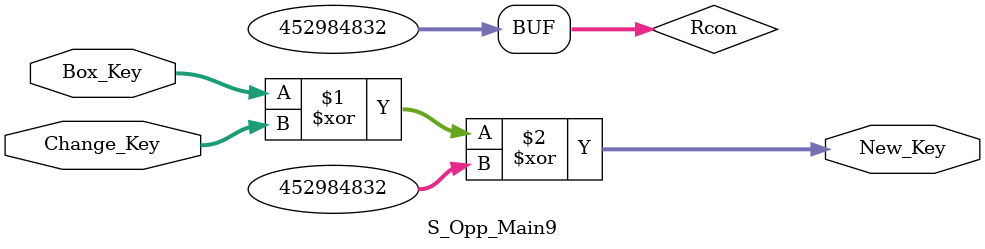
<source format=v>
module S_Opp_Main9(Box_Key,Change_Key,New_Key);
  input[31:0]Box_Key,Change_Key;
  output[31:0]New_Key;
  wire [31:0]Rcon;

assign Rcon=32'b0001_1011_0000_0000_0000_0000_0000_0000;
assign New_Key=Box_Key ^ Change_Key ^ Rcon;
endmodule




</source>
